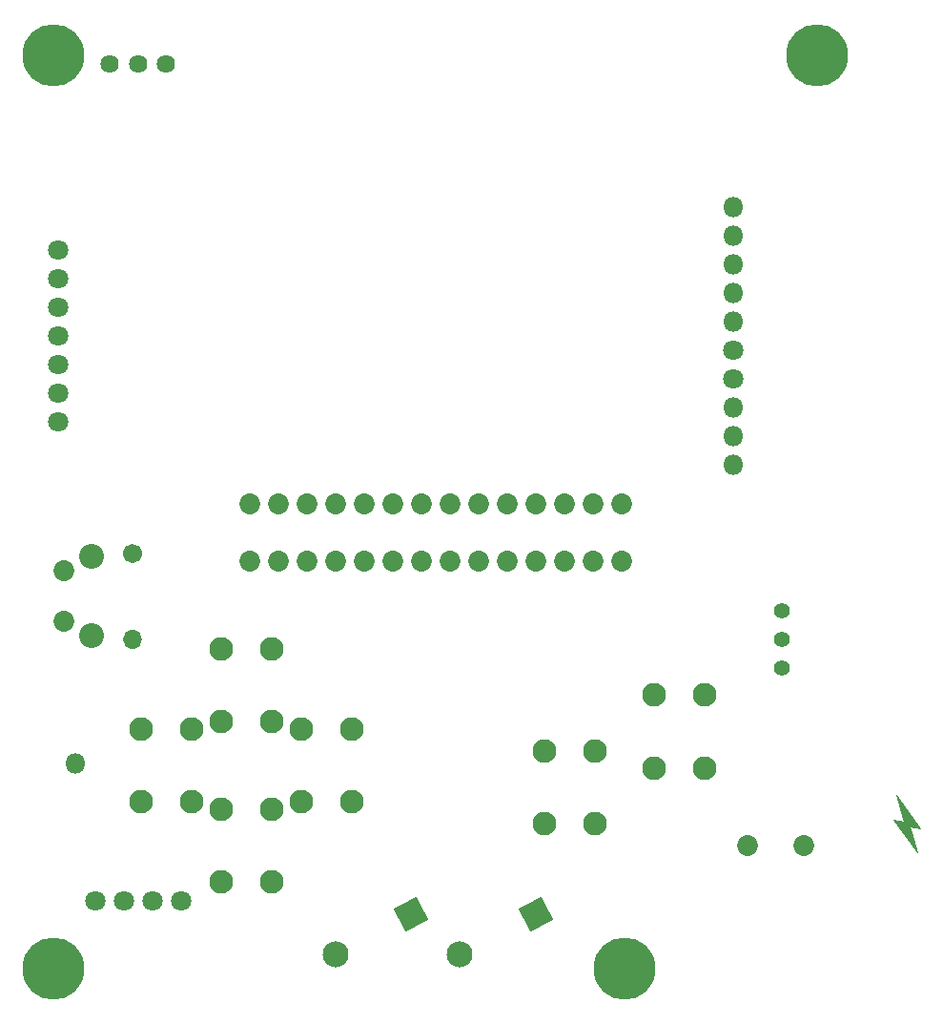
<source format=gbr>
G04 #@! TF.GenerationSoftware,KiCad,Pcbnew,(6.0.4)*
G04 #@! TF.CreationDate,2022-05-01T01:23:01+08:00*
G04 #@! TF.ProjectId,system,73797374-656d-42e6-9b69-6361645f7063,1.0-dev7*
G04 #@! TF.SameCoordinates,Original*
G04 #@! TF.FileFunction,Soldermask,Bot*
G04 #@! TF.FilePolarity,Negative*
%FSLAX46Y46*%
G04 Gerber Fmt 4.6, Leading zero omitted, Abs format (unit mm)*
G04 Created by KiCad (PCBNEW (6.0.4)) date 2022-05-01 01:23:01*
%MOMM*%
%LPD*%
G01*
G04 APERTURE LIST*
G04 Aperture macros list*
%AMRoundRect*
0 Rectangle with rounded corners*
0 $1 Rounding radius*
0 $2 $3 $4 $5 $6 $7 $8 $9 X,Y pos of 4 corners*
0 Add a 4 corners polygon primitive as box body*
4,1,4,$2,$3,$4,$5,$6,$7,$8,$9,$2,$3,0*
0 Add four circle primitives for the rounded corners*
1,1,$1+$1,$2,$3*
1,1,$1+$1,$4,$5*
1,1,$1+$1,$6,$7*
1,1,$1+$1,$8,$9*
0 Add four rect primitives between the rounded corners*
20,1,$1+$1,$2,$3,$4,$5,0*
20,1,$1+$1,$4,$5,$6,$7,0*
20,1,$1+$1,$6,$7,$8,$9,0*
20,1,$1+$1,$8,$9,$2,$3,0*%
%AMHorizOval*
0 Thick line with rounded ends*
0 $1 width*
0 $2 $3 position (X,Y) of the first rounded end (center of the circle)*
0 $4 $5 position (X,Y) of the second rounded end (center of the circle)*
0 Add line between two ends*
20,1,$1,$2,$3,$4,$5,0*
0 Add two circle primitives to create the rounded ends*
1,1,$1,$2,$3*
1,1,$1,$4,$5*%
G04 Aperture macros list end*
%ADD10C,0.100000*%
%ADD11C,1.851600*%
%ADD12C,5.501599*%
%ADD13C,5.501600*%
%ADD14RoundRect,0.050800X0.467788X1.483635X-1.483635X0.467788X-0.467788X-1.483635X1.483635X-0.467788X0*%
%ADD15HorizOval,2.301600X0.000000X0.000000X0.000000X0.000000X0*%
%ADD16C,1.625600*%
%ADD17C,1.801600*%
%ADD18C,2.101600*%
%ADD19C,1.401600*%
%ADD20C,1.701600*%
%ADD21O,1.701600X1.701600*%
%ADD22C,2.201600*%
%ADD23O,1.801600X1.801600*%
G04 APERTURE END LIST*
D10*
G36*
X181737000Y-138176000D02*
G01*
X182499000Y-140843000D01*
X180340000Y-137922000D01*
X181737000Y-138176000D01*
G37*
X181737000Y-138176000D02*
X182499000Y-140843000D01*
X180340000Y-137922000D01*
X181737000Y-138176000D01*
G36*
X182753000Y-138684000D02*
G01*
X181356000Y-138430000D01*
X180594000Y-135763000D01*
X182753000Y-138684000D01*
G37*
X182753000Y-138684000D02*
X181356000Y-138430000D01*
X180594000Y-135763000D01*
X182753000Y-138684000D01*
G36*
X181737000Y-138176000D02*
G01*
X182499000Y-140843000D01*
X180340000Y-137922000D01*
X181737000Y-138176000D01*
G37*
X181737000Y-138176000D02*
X182499000Y-140843000D01*
X180340000Y-137922000D01*
X181737000Y-138176000D01*
G36*
X182753000Y-138684000D02*
G01*
X181356000Y-138430000D01*
X180594000Y-135763000D01*
X182753000Y-138684000D01*
G37*
X182753000Y-138684000D02*
X181356000Y-138430000D01*
X180594000Y-135763000D01*
X182753000Y-138684000D01*
D11*
X167426000Y-140208000D03*
X172426000Y-140208000D03*
D12*
X105791000Y-70104000D03*
D13*
X173609000Y-70104000D03*
D12*
X105791000Y-151130000D03*
X156464000Y-151130000D03*
D14*
X137569023Y-146341476D03*
D15*
X130810000Y-149860000D03*
D16*
X110794800Y-70866000D03*
X113284000Y-70866000D03*
X115773200Y-70866000D03*
D17*
X106200000Y-102616000D03*
X106200000Y-100076000D03*
X106200000Y-97536000D03*
X106200000Y-94996000D03*
X106200000Y-92456000D03*
X106200000Y-89916000D03*
X106200000Y-87376000D03*
D18*
X159131000Y-126850000D03*
X159131000Y-133350000D03*
X163631000Y-126850000D03*
X163631000Y-133350000D03*
X120686000Y-122734000D03*
X120686000Y-129234000D03*
X125186000Y-129234000D03*
X125186000Y-122734000D03*
X125186000Y-136958000D03*
X125186000Y-143458000D03*
X120686000Y-143458000D03*
X120686000Y-136958000D03*
X113574000Y-129846000D03*
X113574000Y-136346000D03*
X118074000Y-129846000D03*
X118074000Y-136346000D03*
X132298000Y-136346000D03*
X132298000Y-129846000D03*
X127798000Y-136346000D03*
X127798000Y-129846000D03*
X149352000Y-131803000D03*
X149352000Y-138303000D03*
X153852000Y-138303000D03*
X153852000Y-131803000D03*
D14*
X148590000Y-146341476D03*
D15*
X141830977Y-149860000D03*
D19*
X170434000Y-124460000D03*
X170434000Y-121920000D03*
X170434000Y-119380000D03*
D20*
X112776000Y-114300000D03*
D21*
X112776000Y-121920000D03*
D22*
X109170000Y-121584000D03*
X109170000Y-114574000D03*
D11*
X106680000Y-115824000D03*
X106680000Y-120324000D03*
X156210000Y-115000000D03*
X153670000Y-115000000D03*
X151130000Y-115000000D03*
X148590000Y-115000000D03*
X146050000Y-115000000D03*
X143510000Y-115000000D03*
X140970000Y-115000000D03*
X138430000Y-115000000D03*
X135890000Y-115000000D03*
X133350000Y-115000000D03*
X130810000Y-115000000D03*
X128270000Y-115000000D03*
X125730000Y-115000000D03*
X123190000Y-115000000D03*
X123190000Y-109920000D03*
X125730000Y-109920000D03*
X128270000Y-109920000D03*
X130810000Y-109920000D03*
X133350000Y-109920000D03*
X135890000Y-109920000D03*
X138430000Y-109920000D03*
X140970000Y-109920000D03*
X143510000Y-109920000D03*
X146050000Y-109920000D03*
X148590000Y-109920000D03*
X151130000Y-109920000D03*
X153670000Y-109920000D03*
X156210000Y-109920000D03*
D17*
X112014000Y-145161000D03*
X114554000Y-145161000D03*
X117094000Y-145161000D03*
X109474000Y-145161000D03*
D23*
X166116000Y-83566000D03*
X166116000Y-86106000D03*
X166116000Y-88646000D03*
X166116000Y-91186000D03*
X166116000Y-93726000D03*
D17*
X166116000Y-96266000D03*
X166116000Y-98806000D03*
D23*
X166116000Y-101346000D03*
X166116000Y-103886000D03*
X166116000Y-106426000D03*
X107696000Y-132969000D03*
M02*

</source>
